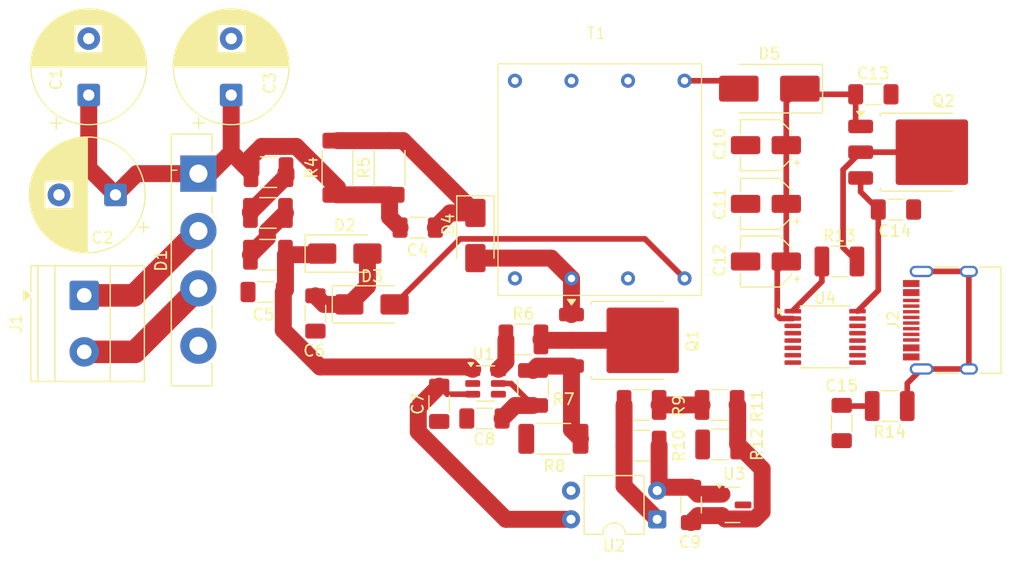
<source format=kicad_pcb>
(kicad_pcb (version 20241229) (generator "pcbnew") (generator_version "9.0")
  (layers (0 "F.Cu" signal) (2 "B.Cu" signal) (13 "F.Paste" user) (15 "B.Paste" user) (5 "F.SilkS" user "F.Silkscreen") (7 "B.SilkS" user "B.Silkscreen") (1 "F.Mask" user) (3 "B.Mask" user) (25 "Edge.Cuts" user))
  (net 0 "")
  (net 1 "/DC+")
  (net 2 "GND")
  (net 3 "/Snub Net")
  (net 4 "/VDD-PWM")
  (net 5 "/Vdd filter")
  (net 6 "/Opto-FB")
  (net 7 "/CS-IN")
  (net 8 "/TL-REF")
  (net 9 "/LED-OUT")
  (net 10 "GND1")
  (net 11 "/DC-OUT")
  (net 12 "/S-VBUS")
  (net 13 "/SHL")
  (net 14 "/AC_IN-")
  (net 15 "/AC_IN+")
  (net 16 "/Vddr")
  (net 17 "/SW")
  (net 18 "Net-(D5-A)")
  (net 24 "Net-(J2-SHIELD)")
  (net 25 "/CC1")
  (net 27 "/CC2")
  (net 28 "Net-(Q1-G)")
  (net 29 "/Q1-S")
  (net 30 "Net-(Q2-G)")
  (net 31 "Net-(R1-Pad2)")
  (net 32 "Net-(R2-Pad2)")
  (net 33 "/DRV-NMOS")
  (net 34 "/LED-IN")
  (net 35 "/VBUSG-G")
  (footprint "Connector_USB:USB_C_Receptacle_HRO_TYPE-C-31-M-12" (layer "F.Cu") (at 167.2 119.7 90)
    (property "Reference" "J2" (at 0 -5.645 90) (layer "F.SilkS"))
    (property "Value" "USB_C_Receptacle_USB2.0_16P" (hide yes))
    (pad "" np_thru_hole circle (at -2.89 -2.6 90) (size 0.65 0.65) (drill 0.65) (layers "*.Cu" "*.Mask"))
    (pad "" np_thru_hole circle (at 2.89 -2.6 90) (size 0.65 0.65) (drill 0.65) (layers "*.Cu" "*.Mask"))
    (pad "A1" smd rect (at -3.25 -4.045 90) (size 0.6 1.45) (layers "F.Cu" "F.Mask" "F.Paste") (net 10 "GND1"))
    (pad "A4" smd rect (at -2.45 -4.045 90) (size 0.6 1.45) (layers "F.Cu" "F.Mask" "F.Paste") (net 11 "/DC-OUT"))
    (pad "A5" smd rect (at -1.25 -4.045 90) (size 0.3 1.45) (layers "F.Cu" "F.Mask" "F.Paste") (net 25 "/CC1"))
    (pad "A6" smd rect (at -0.25 -4.045 90) (size 0.3 1.45) (layers "F.Cu" "F.Mask" "F.Paste"))
    (pad "A7" smd rect (at 0.25 -4.045 90) (size 0.3 1.45) (layers "F.Cu" "F.Mask" "F.Paste"))
    (pad "A8" smd rect (at 1.25 -4.045 90) (size 0.3 1.45) (layers "F.Cu" "F.Mask" "F.Paste"))
    (pad "A9" smd rect (at 2.45 -4.045 90) (size 0.6 1.45) (layers "F.Cu" "F.Mask" "F.Paste") (net 11 "/DC-OUT"))
    (pad "A12" smd rect (at 3.25 -4.045 90) (size 0.6 1.45) (layers "F.Cu" "F.Mask" "F.Paste") (net 10 "GND1"))
    (pad "B1" smd rect (at 3.25 -4.045 90) (size 0.6 1.45) (layers "F.Cu" "F.Mask" "F.Paste") (net 10 "GND1"))
    (pad "B4" smd rect (at 2.45 -4.045 90) (size 0.6 1.45) (layers "F.Cu" "F.Mask" "F.Paste") (net 11 "/DC-OUT"))
    (pad "B5" smd rect (at 1.75 -4.045 90) (size 0.3 1.45) (layers "F.Cu" "F.Mask" "F.Paste") (net 27 "/CC2"))
    (pad "B6" smd rect (at 0.75 -4.045 90) (size 0.3 1.45) (layers "F.Cu" "F.Mask" "F.Paste"))
    (pad "B7" smd rect (at -0.75 -4.045 90) (size 0.3 1.45) (layers "F.Cu" "F.Mask" "F.Paste"))
    (pad "B8" smd rect (at -1.75 -4.045 90) (size 0.3 1.45) (layers "F.Cu" "F.Mask" "F.Paste"))
    (pad "B9" smd rect (at -2.45 -4.045 90) (size 0.6 1.45) (layers "F.Cu" "F.Mask" "F.Paste") (net 11 "/DC-OUT"))
    (pad "B12" smd rect (at -3.25 -4.045 90) (size 0.6 1.45) (layers "F.Cu" "F.Mask" "F.Paste") (net 10 "GND1"))
    (pad "S1" thru_hole oval (at -4.32 -3.13 90) (size 1 2.1) (drill oval 0.6 1.7) (property pad_prop_heatsink) (layers "*.Cu" "*.Mask") (net 24 "Net-(J2-SHIELD)"))
    (pad "S1" thru_hole oval (at -4.32 1.05 90) (size 1 1.6) (drill oval 0.6 1.2) (property pad_prop_heatsink) (layers "*.Cu" "*.Mask") (net 24 "Net-(J2-SHIELD)"))
    (pad "S1" thru_hole oval (at 4.32 -3.13 90) (size 1 2.1) (drill oval 0.6 1.7) (property pad_prop_heatsink) (layers "*.Cu" "*.Mask") (net 24 "Net-(J2-SHIELD)"))
    (pad "S1" thru_hole oval (at 4.32 1.05 90) (size 1 1.6) (drill oval 0.6 1.2) (property pad_prop_heatsink) (layers "*.Cu" "*.Mask") (net 24 "Net-(J2-SHIELD)"))
  )
  (footprint "Package_TO_SOT_SMD:SOT-23" (layer "F.Cu") (at 147.3375 136.05)
    (property "Reference" "U3" (at 0.1625 -2.75 0) (layer "F.SilkS"))
    (property "Value" "TL431DBZ" (hide yes))
    (pad "1" smd roundrect (at -0.9375 -0.95) (size 1.475 0.6) (layers "F.Cu" "F.Mask" "F.Paste") (net 9 "/LED-OUT"))
    (pad "2" smd roundrect (at -0.9375 0.95) (size 1.475 0.6) (layers "F.Cu" "F.Mask" "F.Paste") (net 8 "/TL-REF"))
    (pad "3" smd roundrect (at 0.9375 0) (size 1.475 0.6) (layers "F.Cu" "F.Mask" "F.Paste") (net 10 "GND1"))
  )
  (footprint "Transformers_custom:B66417G0000X149" (layer "F.Cu") (at 128.1 116)
    (property "Reference" "T1" (at 7.2 -21.7 0) (layer "F.SilkS") (effects (font (thickness 0.1))))
    (property "Value" "Transformer_2P_1S")
    (pad "1" thru_hole circle (at 0 0) (size 1.25 1.25) (drill 0.65) (layers "*.Cu" "*.Mask") (net 1 "/DC+"))
    (pad "2" thru_hole circle (at 5 0) (size 1.25 1.25) (drill 0.65) (layers "*.Cu" "*.Mask") (net 17 "/SW"))
    (pad "3" thru_hole circle (at 10 0) (size 1.25 1.25) (drill 0.65) (layers "*.Cu" "*.Mask") (net 2 "GND"))
    (pad "4" thru_hole circle (at 15 0) (size 1.25 1.25) (drill 0.65) (layers "*.Cu" "*.Mask") (net 16 "/Vddr"))
    (pad "5" thru_hole circle (at 15 -17.5) (size 1.25 1.25) (drill 0.65) (layers "*.Cu" "*.Mask") (net 18 "Net-(D5-A)"))
    (pad "6" thru_hole circle (at 10 -17.5) (size 1.25 1.25) (drill 0.65) (layers "*.Cu" "*.Mask") (net 10 "GND1"))
    (pad "7" thru_hole circle (at 5 -17.5) (size 1.25 1.25) (drill 0.65) (layers "*.Cu" "*.Mask"))
    (pad "8" thru_hole circle (at 0 -17.5) (size 1.25 1.25) (drill 0.65) (layers "*.Cu" "*.Mask"))
  )
  (footprint "Capacitor_SMD:C_1206_3216Metric_Pad1.33x1.80mm_HandSolder" (layer "F.Cu") (at 119.5 111.5)
    (property "Reference" "C4" (at 0 2 0) (layer "F.SilkS"))
    (property "Value" "2.2n" (hide yes))
    (pad "1" smd roundrect (at -1.5625 0) (size 1.325 1.8) (layers "F.Cu" "F.Mask" "F.Paste") (roundrect_rratio 0.188679) (net 1 "/DC+"))
    (pad "2" smd roundrect (at 1.5625 0) (size 1.325 1.8) (layers "F.Cu" "F.Mask" "F.Paste") (roundrect_rratio 0.188679) (net 3 "/Snub Net"))
  )
  (footprint "Capacitor_SMD:C_1206_3216Metric_Pad1.33x1.80mm_HandSolder" (layer "F.Cu") (at 161.8 109.9)
    (property "Reference" "C14" (at -0.1 1.9 0) (layer "F.SilkS"))
    (property "Value" "10u" (hide yes))
    (pad "1" smd roundrect (at -1.5625 0) (size 1.325 1.8) (layers "F.Cu" "F.Mask" "F.Paste") (roundrect_rratio 0.188679) (net 12 "/S-VBUS"))
    (pad "2" smd roundrect (at 1.5625 0) (size 1.325 1.8) (layers "F.Cu" "F.Mask" "F.Paste") (roundrect_rratio 0.188679) (net 10 "GND1"))
  )
  (footprint "Capacitor_SMD:C_1206_3216Metric_Pad1.33x1.80mm_HandSolder" (layer "F.Cu") (at 159.8 99.7)
    (property "Reference" "C13" (at 0 -1.85 0) (layer "F.SilkS"))
    (property "Value" "1u" (hide yes))
    (pad "1" smd roundrect (at -1.5625 0) (size 1.325 1.8) (layers "F.Cu" "F.Mask" "F.Paste") (roundrect_rratio 0.188679) (net 11 "/DC-OUT"))
    (pad "2" smd roundrect (at 1.5625 0) (size 1.325 1.8) (layers "F.Cu" "F.Mask" "F.Paste") (roundrect_rratio 0.188679) (net 10 "GND1"))
  )
  (footprint "Capacitor_SMD:CP_Elec_4x5.4" (layer "F.Cu") (at 150.3 114.5 180)
    (property "Reference" "C12" (at 4.1 0.1 90) (layer "F.SilkS"))
    (property "Value" "820u" (hide yes))
    (pad "1" smd roundrect (at -1.8 0 180) (size 2.6 1.6) (layers "F.Cu" "F.Mask" "F.Paste") (roundrect_rratio 0.15625) (net 11 "/DC-OUT"))
    (pad "2" smd roundrect (at 1.8 0 180) (size 2.6 1.6) (layers "F.Cu" "F.Mask" "F.Paste") (roundrect_rratio 0.15625) (net 10 "GND1"))
  )
  (footprint "Diode_SMD:D_SMA" (layer "F.Cu") (at 115.45 118.3)
    (property "Reference" "D3" (at 0 -2.5 0) (layer "F.SilkS"))
    (property "Value" "SS310" (hide yes))
    (pad "1" smd roundrect (at -2 0) (size 2.5 1.8) (layers "F.Cu" "F.Mask" "F.Paste") (roundrect_rratio 0.1388888889) (net 5 "/Vdd filter"))
    (pad "2" smd roundrect (at 2 0) (size 2.5 1.8) (layers "F.Cu" "F.Mask" "F.Paste") (roundrect_rratio 0.1388888889) (net 16 "/Vddr"))
  )
  (footprint "Capacitor_THT:CP_Radial_D10.0mm_P5.00mm" (layer "F.Cu") (at 90.4 99.767677 90)
    (property "Reference" "C1" (at 1.4 -2.9 90) (layer "F.SilkS"))
    (property "Value" "10u" (hide yes))
    (pad "1" thru_hole roundrect (at 0 0 90) (size 2 2) (drill 1) (layers "*.Cu" "*.Mask") (roundrect_rratio 0.125) (net 1 "/DC+"))
    (pad "2" thru_hole circle (at 5 0 90) (size 2 2) (drill 1) (layers "*.Cu" "*.Mask") (net 2 "GND"))
  )
  (footprint "TerminalBlock_Phoenix:TerminalBlock_Phoenix_MKDS-1,5-2_1x02_P5.00mm_Horizontal" (layer "F.Cu") (at 90 117.5 -90)
    (property "Reference" "J1" (at 2.5 6.0275 90) (layer "F.SilkS"))
    (property "Value" "Conn_01x02_Socket" (hide yes))
    (pad "1" thru_hole roundrect (at 0 0 270) (size 2.6 2.6) (drill 1.3) (layers "*.Cu" "*.Mask") (roundrect_rratio 0.096154) (net 14 "/AC_IN-"))
    (pad "2" thru_hole circle (at 5 0 270) (size 2.6 2.6) (drill 1.3) (layers "*.Cu" "*.Mask") (net 15 "/AC_IN+"))
  )
  (footprint "Package_DIP:DIP-4_W7.62mm" (layer "F.Cu") (at 140.68 137.325 180)
    (property "Reference" "U2" (at 3.81 -2.33 0) (layer "F.SilkS"))
    (property "Value" "PC817" (hide yes))
    (pad "1" thru_hole roundrect (at 0 0 180) (size 1.6 1.6) (drill 0.8) (layers "*.Cu" "*.Mask") (roundrect_rratio 0.15625) (net 34 "/LED-IN"))
    (pad "2" thru_hole circle (at 0 2.54 180) (size 1.6 1.6) (drill 0.8) (layers "*.Cu" "*.Mask") (net 9 "/LED-OUT"))
    (pad "3" thru_hole circle (at 7.62 2.54 180) (size 1.6 1.6) (drill 0.8) (layers "*.Cu" "*.Mask") (net 10 "GND1"))
    (pad "4" thru_hole circle (at 7.62 0 180) (size 1.6 1.6) (drill 0.8) (layers "*.Cu" "*.Mask") (net 6 "/Opto-FB"))
  )
  (footprint "Capacitor_THT:CP_Radial_D10.0mm_P5.00mm" (layer "F.Cu") (at 103 99.767677 90)
    (property "Reference" "C3" (at 1.067677 3.4 90) (layer "F.SilkS"))
    (property "Value" "10u" (hide yes))
    (pad "1" thru_hole roundrect (at 0 0 90) (size 2 2) (drill 1) (layers "*.Cu" "*.Mask") (roundrect_rratio 0.125) (net 1 "/DC+"))
    (pad "2" thru_hole circle (at 5 0 90) (size 2 2) (drill 1) (layers "*.Cu" "*.Mask") (net 2 "GND"))
  )
  (footprint "Resistor_SMD:R_1210_3225Metric_Pad1.30x2.65mm_HandSolder" (layer "F.Cu") (at 139.3 130.8)
    (property "Reference" "R10" (at 3.3 0 90) (layer "F.SilkS"))
    (property "Value" "1k" (hide yes))
    (pad "1" smd roundrect (at -1.55 0) (size 1.3 2.65) (layers "F.Cu" "F.Mask" "F.Paste") (roundrect_rratio 0.192308) (net 34 "/LED-IN"))
    (pad "2" smd roundrect (at 1.55 0) (size 1.3 2.65) (layers "F.Cu" "F.Mask" "F.Paste") (roundrect_rratio 0.192308) (net 9 "/LED-OUT"))
  )
  (footprint "Package_TO_SOT_SMD:TO-252-3_TabPin2" (layer "F.Cu") (at 163.715 104.825)
    (property "Reference" "Q2" (at 2.285 -4.525 0) (layer "F.SilkS"))
    (property "Value" "NMOS" (hide yes))
    (pad "1" smd roundrect (at -5.04 -2.28) (size 2.2 1.2) (layers "F.Cu" "F.Mask" "F.Paste") (roundrect_rratio 0.208333) (net 11 "/DC-OUT"))
    (pad "2" smd roundrect (at -5.04 0) (size 2.2 1.2) (layers "F.Cu" "F.Mask" "F.Paste") (roundrect_rratio 0.208333) (net 30 "Net-(Q2-G)"))
    (pad "2" smd roundrect (at 1.26 0) (size 6.4 5.8) (layers "F.Cu" "F.Mask") (roundrect_rratio 0.043103) (net 30 "Net-(Q2-G)"))
    (pad "3" smd roundrect (at -5.04 2.28) (size 2.2 1.2) (layers "F.Cu" "F.Mask" "F.Paste") (roundrect_rratio 0.208333) (net 12 "/S-VBUS"))
  )
  (footprint "Resistor_SMD:R_1210_3225Metric_Pad1.30x2.65mm_HandSolder" (layer "F.Cu") (at 146.2 127.2)
    (property "Reference" "R11" (at 3.3 0.1 90) (layer "F.SilkS"))
    (property "Value" "30.1k" (hide yes))
    (pad "1" smd roundrect (at -1.55 0) (size 1.3 2.65) (layers "F.Cu" "F.Mask" "F.Paste") (roundrect_rratio 0.192308) (net 11 "/DC-OUT"))
    (pad "2" smd roundrect (at 1.55 0) (size 1.3 2.65) (layers "F.Cu" "F.Mask" "F.Paste") (roundrect_rratio 0.192308) (net 8 "/TL-REF"))
  )
  (footprint "Capacitor_SMD:C_1206_3216Metric_Pad1.33x1.80mm_HandSolder" (layer "F.Cu") (at 106.05 117.2 180)
    (property "Reference" "C5" (at 0.2 -2 180) (layer "F.SilkS"))
    (property "Value" "4.7u" (hide yes))
    (pad "1" smd roundrect (at -1.5625 0 180) (size 1.325 1.8) (layers "F.Cu" "F.Mask" "F.Paste") (roundrect_rratio 0.188679) (net 4 "/VDD-PWM"))
    (pad "2" smd roundrect (at 1.5625 0 180) (size 1.325 1.8) (layers "F.Cu" "F.Mask" "F.Paste") (roundrect_rratio 0.188679) (net 2 "GND"))
  )
  (footprint "Resistor_SMD:R_1210_3225Metric_Pad1.30x2.65mm_HandSolder" (layer "F.Cu") (at 161.25 127.3 180)
    (property "Reference" "R14" (at 0 -2.28 0) (layer "F.SilkS"))
    (property "Value" "1M" (hide yes))
    (pad "1" smd roundrect (at -1.55 0 180) (size 1.3 2.65) (layers "F.Cu" "F.Mask" "F.Paste") (roundrect_rratio 0.192308) (net 24 "Net-(J2-SHIELD)"))
    (pad "2" smd roundrect (at 1.55 0 180) (size 1.3 2.65) (layers "F.Cu" "F.Mask" "F.Paste") (roundrect_rratio 0.192308) (net 13 "/SHL"))
  )
  (footprint "Diode_SMD:D_SMB_Handsoldering" (layer "F.Cu") (at 150.6 99.2 180)
    (property "Reference" "D5" (at 0 3.1 0) (layer "F.SilkS"))
    (property "Value" "D_Schottky" (hide yes))
    (pad "1" smd roundrect (at -2.7 0 180) (size 3.5 2.3) (layers "F.Cu" "F.Mask" "F.Paste") (roundrect_rratio 0.1086956522) (net 11 "/DC-OUT"))
    (pad "2" smd roundrect (at 2.7 0 180) (size 3.5 2.3) (layers "F.Cu" "F.Mask" "F.Paste") (roundrect_rratio 0.1086956522) (net 18 "Net-(D5-A)"))
  )
  (footprint "Diode_SMD:D_SMA" (layer "F.Cu") (at 113.05 113.8)
    (property "Reference" "D2" (at 0 -2.5 0) (layer "F.SilkS"))
    (property "Value" "SS310" (hide yes))
    (pad "1" smd roundrect (at -2 0) (size 2.5 1.8) (layers "F.Cu" "F.Mask" "F.Paste") (roundrect_rratio 0.1388888889) (net 4 "/VDD-PWM"))
    (pad "2" smd roundrect (at 2 0) (size 2.5 1.8) (layers "F.Cu" "F.Mask" "F.Paste") (roundrect_rratio 0.1388888889) (net 5 "/Vdd filter"))
  )
  (footprint "Resistor_SMD:R_2010_5025Metric_Pad1.40x2.65mm_HandSolder" (layer "F.Cu") (at 131.5 130.2)
    (property "Reference" "R8" (at 0.1 2.4 0) (layer "F.SilkS"))
    (property "Value" "0.68" (hide yes))
    (pad "1" smd roundrect (at -2.4 0) (size 1.4 2.65) (layers "F.Cu" "F.Mask" "F.Paste") (roundrect_rratio 0.178571) (net 2 "GND"))
    (pad "2" smd roundrect (at 2.4 0) (size 1.4 2.65) (layers "F.Cu" "F.Mask" "F.Paste") (roundrect_rratio 0.178571) (net 29 "/Q1-S"))
  )
  (footprint "Capacitor_THT:CP_Radial_D10.0mm_P5.00mm" (layer "F.Cu") (at 92.767677 108.6 180)
    (property "Reference" "C2" (at 1.167677 -3.8 0) (layer "F.SilkS"))
    (property "Value" "10u" (hide yes))
    (pad "1" thru_hole roundrect (at 0 0 180) (size 2 2) (drill 1) (layers "*.Cu" "*.Mask") (roundrect_rratio 0.125) (net 1 "/DC+"))
    (pad "2" thru_hole circle (at 5 0 180) (size 2 2) (drill 1) (layers "*.Cu" "*.Mask") (net 2 "GND"))
  )
  (footprint "Resistor_SMD:R_1210_3225Metric_Pad1.30x2.65mm_HandSolder" (layer "F.Cu") (at 106.25 110.2)
    (property "Reference" "R2" (hide yes))
    (property "Value" "576k" (hide yes))
    (pad "1" smd roundrect (at -1.55 0) (size 1.3 2.65) (layers "F.Cu" "F.Mask" "F.Paste") (roundrect_rratio 0.192308) (net 31 "Net-(R1-Pad2)"))
    (pad "2" smd roundrect (at 1.55 0) (size 1.3 2.65) (layers "F.Cu" "F.Mask" "F.Paste") (roundrect_rratio 0.192308) (net 32 "Net-(R2-Pad2)"))
  )
  (footprint "Resistor_SMD:R_1210_3225Metric_Pad1.30x2.65mm_HandSolder" (layer "F.Cu") (at 139.3 127.2 180)
    (property "Reference" "R9" (at -3.3 -0.1 90) (layer "F.SilkS"))
    (property "Value" "1k" (hide yes))
    (pad "1" smd roundrect (at -1.55 0 180) (size 1.3 2.65) (layers "F.Cu" "F.Mask" "F.Paste") (roundrect_rratio 0.192308) (net 11 "/DC-OUT"))
    (pad "2" smd roundrect (at 1.55 0 180) (size 1.3 2.65) (layers "F.Cu" "F.Mask" "F.Paste") (roundrect_rratio 0.192308) (net 34 "/LED-IN"))
  )
  (footprint "Capacitor_SMD:C_1206_3216Metric_Pad1.33x1.80mm_HandSolder" (layer "F.Cu") (at 121.4 127.1 -90)
    (property "Reference" "C7" (at 0 1.9 90) (layer "F.SilkS"))
    (property "Value" "1n" (hide yes))
    (pad "1" smd roundrect (at -1.5625 0 270) (size 1.325 1.8) (layers "F.Cu" "F.Mask" "F.Paste") (roundrect_rratio 0.188679) (net 6 "/Opto-FB"))
    (pad "2" smd roundrect (at 1.5625 0 270) (size 1.325 1.8) (layers "F.Cu" "F.Mask" "F.Paste") (roundrect_rratio 0.188679) (net 2 "GND"))
  )
  (footprint "Package_SO:TSSOP-16_4.4x5mm_P0.65mm" (layer "F.Cu") (at 155.5375 121.175)
    (property "Reference" "U4" (at 0 -3.45 0) (layer "F.SilkS"))
    (property "Value" "IP2721" (hide yes))
    (pad "1" smd roundrect (at -2.8625 -2.275) (size 1.475 0.4) (layers "F.Cu" "F.Mask" "F.Paste") (net 35 "/VBUSG-G"))
    (pad "2" smd roundrect (at -2.8625 -1.625) (size 1.475 0.4) (layers "F.Cu" "F.Mask" "F.Paste") (net 11 "/DC-OUT"))
    (pad "3" smd roundrect (at -2.8625 -0.975) (size 1.475 0.4) (layers "F.Cu" "F.Mask" "F.Paste"))
    (pad "4" smd roundrect (at -2.8625 -0.325) (size 1.475 0.4) (layers "F.Cu" "F.Mask" "F.Paste"))
    (pad "5" smd roundrect (at -2.8625 0.325) (size 1.475 0.4) (layers "F.Cu" "F.Mask" "F.Paste") (net 10 "GND1"))
    (pad "6" smd roundrect (at -2.8625 0.975) (size 1.475 0.4) (layers "F.Cu" "F.Mask" "F.Paste"))
    (pad "7" smd roundrect (at -2.8625 1.625) (size 1.475 0.4) (layers "F.Cu" "F.Mask" "F.Paste"))
    (pad "8" smd roundrect (at -2.8625 2.275) (size 1.475 0.4) (layers "F.Cu" "F.Mask" "F.Paste"))
    (pad "9" smd roundrect (at 2.8625 2.275) (size 1.475 0.4) (layers "F.Cu" "F.Mask" "F.Paste"))
    (pad "10" smd roundrect (at 2.8625 1.625) (size 1.475 0.4) (layers "F.Cu" "F.Mask" "F.Paste"))
    (pad "11" smd roundrect (at 2.8625 0.975) (size 1.475 0.4) (layers "F.Cu" "F.Mask" "F.Paste"))
    (pad "12" smd roundrect (at 2.8625 0.325) (size 1.475 0.4) (layers "F.Cu" "F.Mask" "F.Paste") (net 27 "/CC2"))
    (pad "13" smd roundrect (at 2.8625 -0.325) (size 1.475 0.4) (layers "F.Cu" "F.Mask" "F.Paste") (net 25 "/CC1"))
    (pad "14" smd roundrect (at 2.8625 -0.975) (size 1.475 0.4) (layers "F.Cu" "F.Mask" "F.Paste"))
    (pad "15" smd roundrect (at 2.8625 -1.625) (size 1.475 0.4) (layers "F.Cu" "F.Mask" "F.Paste"))
    (pad "16" smd roundrect (at 2.8625 -2.275) (size 1.475 0.4) (layers "F.Cu" "F.Mask" "F.Paste") (net 12 "/S-VBUS"))
  )
  (footprint "Capacitor_SMD:C_1206_3216Metric_Pad1.33x1.80mm_HandSolder" (layer "F.Cu") (at 125.4 128.4 180)
    (property "Reference" "C8" (at 0 -1.85 0) (layer "F.SilkS"))
    (property "Value" "22p" (hide yes))
    (pad "1" smd roundrect (at -1.5625 0 180) (size 1.325 1.8) (layers "F.Cu" "F.Mask" "F.Paste") (roundrect_rratio 0.188679) (net 7 "/CS-IN"))
    (pad "2" smd roundrect (at 1.5625 0 180) (size 1.325 1.8) (layers "F.Cu" "F.Mask" "F.Paste") (roundrect_rratio 0.188679) (net 2 "GND"))
  )
  (footprint "Capacitor_SMD:C_1206_3216Metric_Pad1.33x1.80mm_HandSolder" (layer "F.Cu") (at 110.45 119.1 -90)
    (property "Reference" "C6" (at 3.3 0.1 0) (layer "F.SilkS"))
    (property "Value" "10u" (hide yes))
    (pad "1" smd roundrect (at -1.5625 0 270) (size 1.325 1.8) (layers "F.Cu" "F.Mask" "F.Paste") (roundrect_rratio 0.188679) (net 5 "/Vdd filter"))
    (pad "2" smd roundrect (at 1.5625 0 270) (size 1.325 1.8) (layers "F.Cu" "F.Mask" "F.Paste") (roundrect_rratio 0.188679) (net 2 "GND"))
  )
  (footprint "Resistor_SMD:R_1210_3225Metric_Pad1.30x2.65mm_HandSolder" (layer "F.Cu") (at 146.25 130.7 180)
    (property "Reference" "R12" (at -3.25 0 90) (layer "F.SilkS"))
    (property "Value" "10k" (hide yes))
    (pad "1" smd roundrect (at -1.55 0 180) (size 1.3 2.65) (layers "F.Cu" "F.Mask" "F.Paste") (roundrect_rratio 0.192308) (net 8 "/TL-REF"))
    (pad "2" smd roundrect (at 1.55 0 180) (size 1.3 2.65) (layers "F.Cu" "F.Mask" "F.Paste") (roundrect_rratio 0.192308) (net 10 "GND1"))
  )
  (footprint "Resistor_SMD:R_1210_3225Metric_Pad1.30x2.65mm_HandSolder" (layer "F.Cu") (at 106.25 113.9)
    (property "Reference" "R3" (hide yes))
    (property "Value" "576k" (hide yes))
    (pad "1" smd roundrect (at -1.55 0) (size 1.3 2.65) (layers "F.Cu" "F.Mask" "F.Paste") (roundrect_rratio 0.192308) (net 32 "Net-(R2-Pad2)"))
    (pad "2" smd roundrect (at 1.55 0) (size 1.3 2.65) (layers "F.Cu" "F.Mask" "F.Paste") (roundrect_rratio 0.192308) (net 4 "/VDD-PWM"))
  )
  (footprint "Capacitor_SMD:CP_Elec_4x5.4" (layer "F.Cu") (at 150.3 104.2 180)
    (property "Reference" "C10" (at 4.1 0.1 90) (layer "F.SilkS"))
    (property "Value" "820u" (hide yes))
    (pad "1" smd roundrect (at -1.8 0 180) (size 2.6 1.6) (layers "F.Cu" "F.Mask" "F.Paste") (roundrect_rratio 0.15625) (net 11 "/DC-OUT"))
    (pad "2" smd roundrect (at 1.8 0 180) (size 2.6 1.6) (layers "F.Cu" "F.Mask" "F.Paste") (roundrect_rratio 0.15625) (net 10 "GND1"))
  )
  (footprint "Resistor_SMD:R_2010_5025Metric_Pad1.40x2.65mm_HandSolder" (layer "F.Cu") (at 117.01 106.2 90)
    (property "Reference" "R5" (at 0 -2.28 90) (layer "F.SilkS"))
    (property "Value" "110k" (hide yes))
    (pad "1" smd roundrect (at -2.4 0 90) (size 1.4 2.65) (layers "F.Cu" "F.Mask" "F.Paste") (roundrect_rratio 0.178571) (net 1 "/DC+"))
    (pad "2" smd roundrect (at 2.4 0 90) (size 1.4 2.65) (layers "F.Cu" "F.Mask" "F.Paste") (roundrect_rratio 0.178571) (net 3 "/Snub Net"))
  )
  (footprint "Capacitor_SMD:CP_Elec_4x5.4" (layer "F.Cu") (at 150.3 109.4 180)
    (property "Reference" "C11" (at 4.1 0 90) (layer "F.SilkS"))
    (property "Value" "820u" (hide yes))
    (pad "1" smd roundrect (at -1.8 0 180) (size 2.6 1.6) (layers "F.Cu" "F.Mask" "F.Paste") (roundrect_rratio 0.15625) (net 11 "/DC-OUT"))
    (pad "2" smd roundrect (at 1.8 0 180) (size 2.6 1.6) (layers "F.Cu" "F.Mask" "F.Paste") (roundrect_rratio 0.15625) (net 10 "GND1"))
  )
  (footprint "Resistor_SMD:R_2010_5025Metric_Pad1.40x2.65mm_HandSolder" (layer "F.Cu") (at 112.4 106.2 90)
    (property "Reference" "R4" (at 0 -2.28 90) (layer "F.SilkS"))
    (property "Value" "110k" (hide yes))
    (pad "1" smd roundrect (at -2.4 0 90) (size 1.4 2.65) (layers "F.Cu" "F.Mask" "F.Paste") (roundrect_rratio 0.178571) (net 1 "/DC+"))
    (pad "2" smd roundrect (at 2.4 0 90) (size 1.4 2.65) (layers "F.Cu" "F.Mask" "F.Paste") (roundrect_rratio 0.178571) (net 3 "/Snub Net"))
  )
  (footprint "Package_TO_SOT_SMD:SOT-23-6" (layer "F.Cu") (at 125.5 125.3)
    (property "Reference" "U1" (at -0.2 -2.6 0) (layer "F.SilkS"))
    (property "Value" "~" (hide yes))
    (pad "1" smd roundrect (at -1.1375 -0.95) (size 1.325 0.6) (layers "F.Cu" "F.Mask" "F.Paste") (net 4 "/VDD-PWM"))
    (pad "2" smd roundrect (at -1.1375 0) (size 1.325 0.6) (layers "F.Cu" "F.Mask" "F.Paste"))
    (pad "3" smd roundrect (at -1.1375 0.95) (size 1.325 0.6) (layers "F.Cu" "F.Mask" "F.Paste") (net 6 "/Opto-FB"))
    (pad "4" smd roundrect (at 1.1375 0.95) (size 1.325 0.6) (layers "F.Cu" "F.Mask" "F.Paste") (net 2 "GND"))
    (pad "5" smd roundrect (at 1.1375 0) (size 1.325 0.6) (layers "F.Cu" "F.Mask" "F.Paste") (net 7 "/CS-IN"))
    (pad "6" smd roundrect (at 1.1375 -0.95) (size 1.325 0.6) (layers "F.Cu" "F.Mask" "F.Paste") (net 33 "/DRV-NMOS"))
  )
  (footprint "Diode_SMD:D_SMA" (layer "F.Cu") (at 124.6 112.2 -90)
    (property "Reference" "D4" (at -1 2.4 90) (layer "F.SilkS"))
    (property "Value" "D" (hide yes))
    (pad "1" smd roundrect (at -2 0 270) (size 2.5 1.8) (layers "F.Cu" "F.Mask" "F.Paste") (roundrect_rratio 0.1388888889) (net 3 "/Snub Net"))
    (pad "2" smd roundrect (at 2 0 270) (size 2.5 1.8) (layers "F.Cu" "F.Mask" "F.Paste") (roundrect_rratio 0.1388888889) (net 17 "/SW"))
  )
  (footprint "Package_TO_SOT_SMD:TO-252-3_TabPin2" (layer "F.Cu") (at 138.14 121.48)
    (property "Reference" "Q1" (at 5.66 0.02 270) (layer "F.SilkS"))
    (property "Value" "NMOS" (hide yes))
    (pad "1" smd roundrect (at -5.04 -2.28) (size 2.2 1.2) (layers "F.Cu" "F.Mask" "F.Paste") (roundrect_rratio 0.208333) (net 17 "/SW"))
    (pad "2" smd roundrect (at -5.04 0) (size 2.2 1.2) (layers "F.Cu" "F.Mask" "F.Paste") (roundrect_rratio 0.208333) (net 28 "Net-(Q1-G)"))
    (pad "2" smd roundrect (at 1.26 0) (size 6.4 5.8) (layers "F.Cu" "F.Mask") (roundrect_rratio 0.043103) (net 28 "Net-(Q1-G)"))
    (pad "3" smd roundrect (at -5.04 2.28) (size 2.2 1.2) (layers "F.Cu" "F.Mask" "F.Paste") (roundrect_rratio 0.208333) (net 29 "/Q1-S"))
  )
  (footprint "Capacitor_SMD:C_1206_3216Metric_Pad1.33x1.80mm_HandSolder" (layer "F.Cu") (at 143.675 136.05 -90)
    (property "Reference" "C9" (at 3.3 0.1 180) (layer "F.SilkS"))
    (property "Value" "4.7n" (hide yes))
    (pad "1" smd roundrect (at -1.5625 0 270) (size 1.325 1.8) (layers "F.Cu" "F.Mask" "F.Paste") (roundrect_rratio 0.188679) (net 9 "/LED-OUT"))
    (pad "2" smd roundrect (at 1.5625 0 270) (size 1.325 1.8) (layers "F.Cu" "F.Mask" "F.Paste") (roundrect_rratio 0.188679) (net 8 "/TL-REF"))
  )
  (footprint "Diode_THT:Diode_Bridge_Vishay_GBU" (layer "F.Cu") (at 100.1 106.72 -90)
    (property "Reference" "D1" (at 7.7 3.3 90) (layer "F.SilkS"))
    (property "Value" "GBU4K")
    (pad "1" thru_hole rect (at 0 0 270) (size 3.2 3.2) (drill 1.6) (layers "*.Cu" "*.Mask") (net 1 "/DC+"))
    (pad "2" thru_hole circle (at 5.08 0 270) (size 3.2 3.2) (drill 1.6) (layers "*.Cu" "*.Mask") (net 14 "/AC_IN-"))
    (pad "3" thru_hole circle (at 10.16 0 270) (size 3.2 3.2) (drill 1.6) (layers "*.Cu" "*.Mask") (net 15 "/AC_IN+"))
    (pad "4" thru_hole circle (at 15.24 0 270) (size 3.2 3.2) (drill 1.6) (layers "*.Cu" "*.Mask") (net 2 "GND"))
  )
  (footprint "Resistor_SMD:R_1210_3225Metric_Pad1.30x2.65mm_HandSolder" (layer "F.Cu") (at 128.85 121.4)
    (property "Reference" "R6" (at 0 -2.28 0) (layer "F.SilkS"))
    (property "Value" "22" (hide yes))
    (pad "1" smd roundrect (at -1.55 0) (size 1.3 2.65) (layers "F.Cu" "F.Mask" "F.Paste") (roundrect_rratio 0.192308) (net 33 "/DRV-NMOS"))
    (pad "2" smd roundrect (at 1.55 0) (size 1.3 2.65) (layers "F.Cu" "F.Mask" "F.Paste") (roundrect_rratio 0.192308) (net 28 "Net-(Q1-G)"))
  )
  (footprint "Capacitor_SMD:C_1206_3216Metric_Pad1.33x1.80mm_HandSolder" (layer "F.Cu") (at 157 128.8 -90)
    (property "Reference" "C15" (at -3.3 0 0) (layer "F.SilkS"))
    (property "Value" "4.7n" (hide yes))
    (pad "1" smd roundrect (at -1.5625 0 270) (size 1.325 1.8) (layers "F.Cu" "F.Mask" "F.Paste") (roundrect_rratio 0.188679) (net 13 "/SHL"))
    (pad "2" smd roundrect (at 1.5625 0 270) (size 1.325 1.8) (layers "F.Cu" "F.Mask" "F.Paste") (roundrect_rratio 0.188679) (net 10 "GND1"))
  )
  (footprint "Resistor_SMD:R_1210_3225Metric_Pad1.30x2.65mm_HandSolder" (layer "F.Cu") (at 129.7 125.7 90)
    (property "Reference" "R7" (at -1 2.7 180) (layer "F.SilkS"))
    (property "Value" "4.64k" (hide yes))
    (pad "1" smd roundrect (at -1.55 0 90) (size 1.3 2.65) (layers "F.Cu" "F.Mask" "F.Paste") (roundrect_rratio 0.192308) (net 7 "/CS-IN"))
    (pad "2" smd roundrect (at 1.55 0 90) (size 1.3 2.65) (layers "F.Cu" "F.Mask" "F.Paste") (roundrect_rratio 0.192308) (net 29 "/Q1-S"))
  )
  (footprint "Resistor_SMD:R_1210_3225Metric_Pad1.30x2.65mm_HandSolder" (layer "F.Cu") (at 106.3 106.59)
    (property "Reference" "R1" (hide yes))
    (property "Value" "576k" (hide yes))
    (pad "1" smd roundrect (at -1.55 0) (size 1.3 2.65) (layers "F.Cu" "F.Mask" "F.Paste") (roundrect_rratio 0.192308) (net 1 "/DC+"))
    (pad "2" smd roundrect (at 1.55 0) (size 1.3 2.65) (layers "F.Cu" "F.Mask" "F.Paste") (roundrect_rratio 0.192308) (net 31 "Net-(R1-Pad2)"))
  )
  (footprint "Resistor_SMD:R_1210_3225Metric_Pad1.30x2.65mm_HandSolder" (layer "F.Cu") (at 156.8 114.5)
    (property "Reference" "R13" (at 0 -2.28 0) (layer "F.SilkS"))
    (property "Value" "10" (hide yes))
    (pad "1" smd roundrect (at -1.55 0) (size 1.3 2.65) (layers "F.Cu" "F.Mask" "F.Paste") (roundrect_rratio 0.192308) (net 35 "/VBUSG-G"))
    (pad "2" smd roundrect (at 1.55 0) (size 1.3 2.65) (layers "F.Cu" "F.Mask" "F.Paste") (roundrect_rratio 0.192308) (net 30 "Net-(Q2-G)"))
  )
  (segment (start 112.4 108.6) (end 112.4 107.959602) (width 1.5) (layer "F.Cu") (net 1))
  (segment (start 103 104.84) (end 104.75 106.59) (width 1.5) (layer "F.Cu") (net 1))
  (segment (start 105.701 104.314) (end 104.75 105.265) (width 1.5) (layer "F.Cu") (net 1))
  (segment (start 100.1 106.72) (end 101.12 106.72) (width 1.5) (layer "F.Cu") (net 1))
  (segment (start 117.01 108.6) (end 117.01 110.5725) (width 1.5) (layer "F.Cu") (net 1))
  (segment (start 100.1 106.72) (end 94.647677 106.72) (width 1.5) (layer "F.Cu") (net 1))
  (segment (start 101.12 106.72) (end 103 104.84) (width 1.5) (layer "F.Cu") (net 1))
  (segment (start 103 99.767677) (end 103 104.84) (width 1.5) (layer "F.Cu") (net 1))
  (segment (start 117.01 110.5725) (end 117.9375 111.5) (width 1.5) (layer "F.Cu") (net 1))
  (segment (start 90.4 106.232323) (end 92.767677 108.6) (width 1.5) (layer "F.Cu") (net 1))
  (segment (start 112.4 107.959602) (end 108.754398 104.314) (width 1.5) (layer "F.Cu") (net 1))
  (segment (start 117.01 108.6) (end 112.4 108.6) (width 1.5) (layer "F.Cu") (net 1))
  (segment (start 104.75 105.265) (end 104.75 106.59) (width 1.5) (layer "F.Cu") (net 1))
  (segment (start 90.4 99.767677) (end 90.4 106.232323) (width 1.5) (layer "F.Cu") (net 1))
  (segment (start 94.647677 106.72) (end 92.767677 108.6) (width 1.5) (layer "F.Cu") (net 1))
  (segment (start 108.754398 104.314) (end 105.701 104.314) (width 1.5) (layer "F.Cu") (net 1))
  (segment (start 122.3625 110.2) (end 121.0625 111.5) (width 1.5) (layer "F.Cu") (net 3))
  (segment (start 112.4 103.8) (end 117.01 103.8) (width 1.5) (layer "F.Cu") (net 3))
  (segment (start 118.2 103.8) (end 124.6 110.2) (width 1.5) (layer "F.Cu") (net 3))
  (segment (start 124.6 110.2) (end 122.3625 110.2) (width 1.5) (layer "F.Cu") (net 3))
  (segment (start 117.01 103.8) (end 118.2 103.8) (width 1.5) (layer "F.Cu") (net 3))
  (segment (start 107.8 113.9) (end 107.8 117.0125) (width 1.5) (layer "F.Cu") (net 4))
  (segment (start 107.6125 117.2) (end 107.6125 120.592898) (width 1.5) (layer "F.Cu") (net 4))
  (segment (start 110.95 113.9) (end 111.05 113.8) (width 1.5) (layer "F.Cu") (net 4))
  (segment (start 107.8 113.9) (end 110.95 113.9) (width 1.5) (layer "F.Cu") (net 4))
  (segment (start 107.8 117.0125) (end 107.6125 117.2) (width 1.5) (layer "F.Cu") (net 4))
  (segment (start 107.6125 120.592898) (end 110.856102 123.8365) (width 1.5) (layer "F.Cu") (net 4))
  (segment (start 124.15 123.8365) (end 124.3625 124.049) (width 1.5) (layer "F.Cu") (net 4))
  (segment (start 110.856102 123.8365) (end 124.15 123.8365) (width 1.5) (layer "F.Cu") (net 4))
  (segment (start 113.45 118.3) (end 111.2125 118.3) (width 1.5) (layer "F.Cu") (net 5))
  (segment (start 115.05 116.7) (end 113.45 118.3) (width 1.5) (layer "F.Cu") (net 5))
  (segment (start 111.2125 118.3) (end 110.45 117.5375) (width 1.5) (layer "F.Cu") (net 5))
  (segment (start 115.05 113.8) (end 115.05 116.7) (width 1.5) (layer "F.Cu") (net 5))
  (segment (start 124.3625 126.25) (end 122.1125 126.25) (width 0.5) (layer "F.Cu") (net 6))
  (segment (start 119.549 127.3885) (end 121.4 125.5375) (width 1.5) (layer "F.Cu") (net 6))
  (segment (start 133.06 137.325) (end 127.294602 137.325) (width 1.5) (layer "F.Cu") (net 6))
  (segment (start 119.549 129.579398) (end 119.549 127.3885) (width 1.5) (layer "F.Cu") (net 6))
  (segment (start 127.294602 137.325) (end 119.549 129.579398) (width 1.5) (layer "F.Cu") (net 6))
  (segment (start 122.1125 126.25) (end 121.4 125.5375) (width 0.5) (layer "F.Cu") (net 6))
  (segment (start 127.75 125.3) (end 129.7 127.25) (width 0.5) (layer "F.Cu") (net 7))
  (segment (start 128.1125 127.25) (end 126.9625 128.4) (width 1.5) (layer "F.Cu") (net 7))
  (segment (start 126.6375 125.3) (end 127.75 125.3) (width 0.5) (layer "F.Cu") (net 7))
  (segment (start 129.7 127.25) (end 128.1125 127.25) (width 1.5) (layer "F.Cu") (net 7))
  (segment (start 144.2875 137) (end 143.675 137.6125) (width 1.5) (layer "F.Cu") (net 8))
  (segment (start 149.9635 136.660206) (end 149.9635 132.8635) (width 1.5) (layer "F.Cu") (net 8))
  (segment (start 146.701 137.301) (end 149.322706 137.301) (width 1.5) (layer "F.Cu") (net 8))
  (segment (start 149.322706 137.301) (end 149.9635 136.660206) (width 1.5) (layer "F.Cu") (net 8))
  (segment (start 146.4 137) (end 146.701 137.301) (width 1.5) (layer "F.Cu") (net 8))
  (segment (start 146.4 137) (end 144.2875 137) (width 1.5) (layer "F.Cu") (net 8))
  (segment (start 147.8 127.25) (end 147.75 127.2) (width 1.5) (layer "F.Cu") (net 8))
  (segment (start 147.8 130.7) (end 147.8 127.25) (width 1.5) (layer "F.Cu") (net 8))
  (segment (start 149.9635 132.8635) (end 147.8 130.7) (width 1.5) (layer "F.Cu") (net 8))
  (segment (start 143.675 134.4875) (end 140.9775 134.4875) (width 1.5) (layer "F.Cu") (net 9))
  (segment (start 140.9775 134.4875) (end 140.68 134.785) (width 1.5) (layer "F.Cu") (net 9))
  (segment (start 146.4 135.1) (end 144.2875 135.1) (width 1.5) (layer "F.Cu") (net 9))
  (segment (start 144.2875 135.1) (end 143.675 134.4875) (width 1.5) (layer "F.Cu") (net 9))
  (segment (start 140.85 134.615) (end 140.68 134.785) (width 1.5) (layer "F.Cu") (net 9))
  (segment (start 140.85 130.8) (end 140.85 134.615) (width 1.5) (layer "F.Cu") (net 9))
  (segment (start 153.6 99.2) (end 154.1 99.7) (width 0.5) (layer "F.Cu") (net 11))
  (segment (start 158.2375 102.1075) (end 158.675 102.545) (width 0.5) (layer "F.Cu") (net 11))
  (segment (start 152.1 100.4) (end 152.1 104.2) (width 0.5) (layer "F.Cu") (net 11))
  (segment (start 152.1 114.5) (end 151.3 115.3) (width 0.5) (layer "F.Cu") (net 11))
  (segment (start 144.65 127.2) (end 140.85 127.2) (width 1.5) (layer "F.Cu") (net 11))
  (segment (start 152.1 109.4) (end 152.1 114.5) (width 0.5) (layer "F.Cu") (net 11))
  (segment (start 151.3 115.3) (end 151.3 119.3) (width 0.5) (layer "F.Cu") (net 11))
  (segment (start 153.3 99.2) (end 153.6 99.2) (width 0.5) (layer "F.Cu") (net 11))
  (segment (start 151.3 119.3) (end 151.55 119.55) (width 0.5) (layer "F.Cu") (net 11))
  (segment (start 153.3 99.2) (end 152.1 100.4) (width 0.5) (layer "F.Cu") (net 11))
  (segment (start 154.1 99.7) (end 158.2375 99.7) (width 0.5) (layer "F.Cu") (net 11))
  (segment (start 158.2375 99.7) (end 158.2375 102.1075) (width 0.5) (layer "F.Cu") (net 11))
  (segment (start 151.55 119.55) (end 152.675 119.55) (width 0.5) (layer "F.Cu") (net 11))
  (segment (start 152.1 104.2) (end 152.1 109.4) (width 0.5) (layer "F.Cu") (net 11))
  (segment (start 158.675 108.3375) (end 160.2375 109.9) (width 0.5) (layer "F.Cu") (net 12))
  (segment (start 160.2375 109.9) (end 160.2375 117.0625) (width 0.5) (layer "F.Cu") (net 12))
  (segment (start 158.675 107.105) (end 158.675 108.3375) (width 0.5) (layer "F.Cu") (net 12))
  (segment (start 160.2375 117.0625) (end 158.4 118.9) (width 0.5) (layer "F.Cu") (net 12))
  (segment (start 159.7 127.3) (end 157.0625 127.3) (width 0.5) (layer "F.Cu") (net 13))
  (segment (start 157.0625 127.3) (end 157 127.2375) (width 0.5) (layer "F.Cu") (net 13))
  (segment (start 94.4 117.5) (end 100.1 111.8) (width 2) (layer "F.Cu") (net 14))
  (segment (start 90 117.5) (end 94.4 117.5) (width 2) (layer "F.Cu") (net 14))
  (segment (start 94.48 122.5) (end 90 122.5) (width 2) (layer "F.Cu") (net 15))
  (segment (start 100.1 116.88) (end 94.48 122.5) (width 2) (layer "F.Cu") (net 15))
  (segment (start 139.6 112.5) (end 143.1 116) (width 0.5) (layer "F.Cu") (net 16))
  (segment (start 123.25 112.5) (end 139.6 112.5) (width 0.5) (layer "F.Cu") (net 16))
  (segment (start 117.45 118.3) (end 123.25 112.5) (width 0.5) (layer "F.Cu") (net 16))
  (segment (start 131.3 114.2) (end 133.1 116) (width 1.5) (layer "F.Cu") (net 17))
  (segment (start 133.1 119.2) (end 133.1 116) (width 1.5) (layer "F.Cu") (net 17))
  (segment (start 133.175 116.075) (end 133.1 116) (width 0.2) (layer "F.Cu") (net 17))
  (segment (start 124.6 114.2) (end 131.3 114.2) (width 1.5) (layer "F.Cu") (net 17))
  (segment (start 143.1 98.5) (end 147.2 98.5) (width 0.5) (layer "F.Cu") (net 18))
  (segment (start 147.2 98.5) (end 147.9 99.2) (width 0.5) (layer "F.Cu") (net 18))
  (segment (start 168.25 115.38) (end 164.07 115.38) (width 0.5) (layer "F.Cu") (net 24))
  (segment (start 162.8 125.29) (end 164.07 124.02) (width 0.5) (layer "F.Cu") (net 24))
  (segment (start 162.8 127.3) (end 162.8 125.29) (width 0.5) (layer "F.Cu") (net 24))
  (segment (start 168.25 115.38) (end 168.25 124.02) (width 0.5) (layer "F.Cu") (net 24))
  (segment (start 164.07 124.02) (end 168.25 124.02) (width 0.5) (layer "F.Cu") (net 24))
  (segment (start 130.48 121.48) (end 130.4 121.4) (width 1.5) (layer "F.Cu") (net 28))
  (segment (start 133.1 121.48) (end 139.4 121.48) (width 1.5) (layer "F.Cu") (net 28))
  (segment (start 133.1 121.48) (end 130.48 121.48) (width 1.5) (layer "F.Cu") (net 28))
  (segment (start 133.1 123.76) (end 133.1 129.4) (width 1.5) (layer "F.Cu") (net 29))
  (segment (start 130.09 123.76) (end 129.7 124.15) (width 1.5) (layer "F.Cu") (net 29))
  (segment (start 133.1 129.4) (end 133.9 130.2) (width 1.5) (layer "F.Cu") (net 29))
  (segment (start 133.1 123.76) (end 130.09 123.76) (width 1.5) (layer "F.Cu") (net 29))
  (segment (start 157.124 113.274) (end 157.124 106.376) (width 0.5) (layer "F.Cu") (net 30))
  (segment (start 164.975 104.825) (end 158.675 104.825) (width 0.5) (layer "F.Cu") (net 30))
  (segment (start 158.35 114.5) (end 157.124 113.274) (width 0.5) (layer "F.Cu") (net 30))
  (segment (start 157.124 106.376) (end 158.675 104.825) (width 0.5) (layer "F.Cu") (net 30))
  (segment (start 104.7 110.119602) (end 104.7 110.2) (width 1.5) (layer "F.Cu") (net 31))
  (segment (start 107.85 106.969602) (end 104.7 110.119602) (width 1.5) (layer "F.Cu") (net 31))
  (segment (start 107.85 106.59) (end 107.85 106.969602) (width 1.5) (layer "F.Cu") (net 31))
  (segment (start 106.199 112.401) (end 104.7 113.9) (width 1.5) (layer "F.Cu") (net 32))
  (segment (start 106.199 111.801) (end 106.199 112.401) (width 1.5) (layer "F.Cu") (net 32))
  (segment (start 107.8 110.2) (end 106.199 111.801) (width 1.5) (layer "F.Cu") (net 32))
  (segment (start 127.3 121.4) (end 127.3 123.3865) (width 1.5) (layer "F.Cu") (net 33))
  (segment (start 127.3 123.3865) (end 126.6375 124.049) (width 1.5) (layer "F.Cu") (net 33))
  (segment (start 137.75 130.8) (end 137.75 134.395) (width 1.5) (layer "F.Cu") (net 34))
  (segment (start 137.75 134.395) (end 140.68 137.325) (width 1.5) (layer "F.Cu") (net 34))
  (segment (start 137.75 127.2) (end 137.75 130.8) (width 1.5) (layer "F.Cu") (net 34))
  (segment (start 155.25 114.5) (end 155.25 116.274) (width 0.5) (layer "F.Cu") (net 35))
  (segment (start 155.25 116.274) (end 152.675 118.849) (width 0.5) (layer "F.Cu") (net 35))
)
</source>
